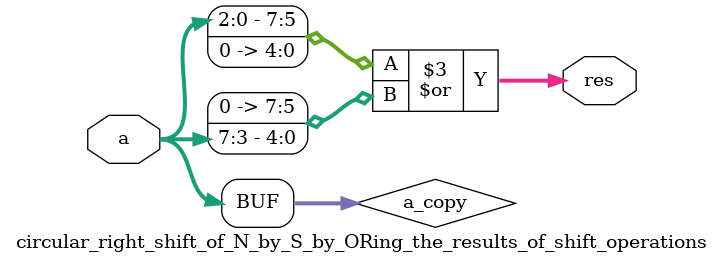
<source format=sv>

module circular_left_shift_of_N_by_S_using_bit_slices_and_concatenation
# (parameter N = 8, S = 3)
(input  [N - 1:0] a, output [N - 1:0] res);

  assign res = { a [N - S - 1:0], a [N - 1 : N - S] };

endmodule

module circular_left_shift_of_N_by_S_by_ORing_the_results_of_shift_operations
# (parameter N = 8, S = 3)
(input  [N - 1:0] a, output [N - 1:0] res);

  assign res = (a << S) | (a >> (N - S));

endmodule

//----------------------------------------------------------------------------
// Task
//----------------------------------------------------------------------------

module circular_right_shift_of_N_by_S_using_bit_slices_and_concatenation
# (parameter N = 8, S = 3)
(input  [N - 1:0] a, output [N - 1:0] res);

  // Task:
  //
  // Implement a module that shifts its input S bits to the right
  // in a circular fashion, using only concatenation of bit slices.
  //
  // "Circular" means ABCDEFGH -> FGHABCDE when N = 8 and S = 3.

  assign res = {a[S-1:0], a[N-1:S]};
  
endmodule

module circular_right_shift_of_N_by_S_by_ORing_the_results_of_shift_operations
# (parameter N = 8, S = 3)
(input  [N - 1:0] a, output [N - 1:0] res);

  // Task:
  //
  // Implement a module that shifts its input S bits to the right
  // in a circular fashion, using only the following operations:
  // logical right shift (>>), logical left shift (<<),
  // "or" (|) and constant expressions.
  //
  // "Circular" means ABCDEFGH -> FGHABCDE when N = 8 and S = 3.

  logic [N - 1:0] a_copy;
  assign a_copy = a;

  assign res = (a << (N - S)) | (a >> S);
  
endmodule

</source>
